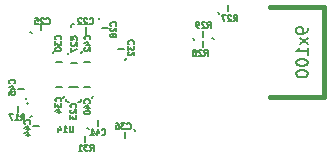
<source format=gbo>
G04 #@! TF.FileFunction,Legend,Bot*
%FSLAX45Y45*%
G04 Gerber Fmt 4.5, Leading zero omitted, Abs format (unit mm)*
G04 Created by KiCad (PCBNEW 0.201506030104+5696~23~ubuntu14.04.1-product) date Thu 09 Jul 2015 08:08:36 PM EDT*
%MOMM*%
G01*
G04 APERTURE LIST*
%ADD10C,0.127000*%
%ADD11C,0.381000*%
%ADD12C,0.200660*%
G04 APERTURE END LIST*
D10*
X13635736Y-8246364D02*
X13635736Y-8233664D01*
X13635736Y-8233664D02*
X13648436Y-8220964D01*
X13648436Y-8220964D02*
X13661136Y-8220964D01*
X13661136Y-8347964D02*
X13648436Y-8347964D01*
X13648436Y-8347964D02*
X13635736Y-8335264D01*
X13635736Y-8335264D02*
X13635736Y-8322564D01*
X13762736Y-8322564D02*
X13762736Y-8246364D01*
X13623290Y-8881110D02*
X13610590Y-8881110D01*
X13610590Y-8881110D02*
X13597890Y-8868410D01*
X13597890Y-8868410D02*
X13597890Y-8855710D01*
X13724890Y-8855710D02*
X13724890Y-8868410D01*
X13724890Y-8868410D02*
X13712190Y-8881110D01*
X13712190Y-8881110D02*
X13699490Y-8881110D01*
X13699490Y-8754110D02*
X13623290Y-8754110D01*
X13293090Y-8284210D02*
X13305790Y-8296910D01*
X13381990Y-8220710D02*
X13381990Y-8271510D01*
X13623290Y-8462010D02*
X13610590Y-8474710D01*
X13686790Y-8550910D02*
X13635990Y-8550910D01*
X13884910Y-8164830D02*
X13872210Y-8177530D01*
X13948410Y-8253730D02*
X13897610Y-8253730D01*
X13496290Y-8449310D02*
X13483590Y-8462010D01*
X13559790Y-8538210D02*
X13508990Y-8538210D01*
X14098524Y-8520684D02*
X14111224Y-8507984D01*
X14035024Y-8431784D02*
X14085824Y-8431784D01*
X13572490Y-8843010D02*
X13585190Y-8830310D01*
X13508990Y-8754110D02*
X13559790Y-8754110D01*
X14182090Y-9122410D02*
X14169390Y-9109710D01*
X14093190Y-9185910D02*
X14093190Y-9135110D01*
X13813790Y-8843010D02*
X13826490Y-8830310D01*
X13750290Y-8754110D02*
X13801090Y-8754110D01*
X13776452Y-9098280D02*
X13789152Y-9110980D01*
X13865352Y-9034780D02*
X13865352Y-9085580D01*
X13737590Y-8449310D02*
X13724890Y-8462010D01*
X13801090Y-8538210D02*
X13750290Y-8538210D01*
X13305790Y-8995410D02*
X13293090Y-9008110D01*
X13369290Y-9084310D02*
X13318490Y-9084310D01*
X13254990Y-8855710D02*
X13267690Y-8843010D01*
X13191490Y-8766810D02*
X13242290Y-8766810D01*
X13274040Y-8897112D02*
X13261340Y-8884412D01*
X13185140Y-8960612D02*
X13185140Y-8909812D01*
X14880590Y-8119110D02*
X14893290Y-8131810D01*
X14969490Y-8055610D02*
X14969490Y-8106410D01*
X14847570Y-8348980D02*
X14834870Y-8336280D01*
X14758670Y-8412480D02*
X14758670Y-8361680D01*
X14669770Y-8340090D02*
X14682470Y-8352790D01*
X14758670Y-8276590D02*
X14758670Y-8327390D01*
X13847064Y-9154160D02*
X13834364Y-9141460D01*
X13758164Y-9217660D02*
X13758164Y-9166860D01*
D11*
X15322550Y-8835390D02*
X15779750Y-8835390D01*
X15779750Y-8835390D02*
X15779750Y-8073390D01*
X15779750Y-8073390D02*
X15322550Y-8073390D01*
D10*
X13795393Y-8213707D02*
X13797812Y-8216126D01*
X13805069Y-8218545D01*
X13809907Y-8218545D01*
X13817165Y-8216126D01*
X13822003Y-8211288D01*
X13824422Y-8206450D01*
X13826841Y-8196773D01*
X13826841Y-8189516D01*
X13824422Y-8179840D01*
X13822003Y-8175002D01*
X13817165Y-8170164D01*
X13809907Y-8167745D01*
X13805069Y-8167745D01*
X13797812Y-8170164D01*
X13795393Y-8172583D01*
X13776041Y-8172583D02*
X13773622Y-8170164D01*
X13768784Y-8167745D01*
X13756688Y-8167745D01*
X13751850Y-8170164D01*
X13749431Y-8172583D01*
X13747012Y-8177421D01*
X13747012Y-8182259D01*
X13749431Y-8189516D01*
X13778460Y-8218545D01*
X13747012Y-8218545D01*
X13727660Y-8172583D02*
X13725241Y-8170164D01*
X13720403Y-8167745D01*
X13708307Y-8167745D01*
X13703469Y-8170164D01*
X13701050Y-8172583D01*
X13698631Y-8177421D01*
X13698631Y-8182259D01*
X13701050Y-8189516D01*
X13730079Y-8218545D01*
X13698631Y-8218545D01*
X13679533Y-8924653D02*
X13681952Y-8922234D01*
X13684371Y-8914977D01*
X13684371Y-8910139D01*
X13681952Y-8902881D01*
X13677114Y-8898043D01*
X13672276Y-8895624D01*
X13662599Y-8893205D01*
X13655342Y-8893205D01*
X13645666Y-8895624D01*
X13640828Y-8898043D01*
X13635990Y-8902881D01*
X13633571Y-8910139D01*
X13633571Y-8914977D01*
X13635990Y-8922234D01*
X13638409Y-8924653D01*
X13638409Y-8944005D02*
X13635990Y-8946424D01*
X13633571Y-8951262D01*
X13633571Y-8963358D01*
X13635990Y-8968196D01*
X13638409Y-8970615D01*
X13643247Y-8973034D01*
X13648085Y-8973034D01*
X13655342Y-8970615D01*
X13684371Y-8941586D01*
X13684371Y-8973034D01*
X13633571Y-8989967D02*
X13633571Y-9021415D01*
X13652923Y-9004481D01*
X13652923Y-9011739D01*
X13655342Y-9016577D01*
X13657761Y-9018996D01*
X13662599Y-9021415D01*
X13674695Y-9021415D01*
X13679533Y-9018996D01*
X13681952Y-9016577D01*
X13684371Y-9011739D01*
X13684371Y-8997224D01*
X13681952Y-8992386D01*
X13679533Y-8989967D01*
X13427347Y-8213453D02*
X13429766Y-8215872D01*
X13437023Y-8218291D01*
X13441861Y-8218291D01*
X13449119Y-8215872D01*
X13453957Y-8211034D01*
X13456376Y-8206196D01*
X13458795Y-8196519D01*
X13458795Y-8189262D01*
X13456376Y-8179586D01*
X13453957Y-8174748D01*
X13449119Y-8169910D01*
X13441861Y-8167491D01*
X13437023Y-8167491D01*
X13429766Y-8169910D01*
X13427347Y-8172329D01*
X13407995Y-8172329D02*
X13405576Y-8169910D01*
X13400738Y-8167491D01*
X13388642Y-8167491D01*
X13383804Y-8169910D01*
X13381385Y-8172329D01*
X13378966Y-8177167D01*
X13378966Y-8182005D01*
X13381385Y-8189262D01*
X13410414Y-8218291D01*
X13378966Y-8218291D01*
X13333004Y-8167491D02*
X13357195Y-8167491D01*
X13359614Y-8191681D01*
X13357195Y-8189262D01*
X13352357Y-8186843D01*
X13340261Y-8186843D01*
X13335423Y-8189262D01*
X13333004Y-8191681D01*
X13330585Y-8196519D01*
X13330585Y-8208615D01*
X13333004Y-8213453D01*
X13335423Y-8215872D01*
X13340261Y-8218291D01*
X13352357Y-8218291D01*
X13357195Y-8215872D01*
X13359614Y-8213453D01*
X13685121Y-8355185D02*
X13687540Y-8352766D01*
X13689959Y-8345509D01*
X13689959Y-8340670D01*
X13687540Y-8333413D01*
X13682702Y-8328575D01*
X13677864Y-8326156D01*
X13668187Y-8323737D01*
X13660930Y-8323737D01*
X13651254Y-8326156D01*
X13646416Y-8328575D01*
X13641578Y-8333413D01*
X13639159Y-8340670D01*
X13639159Y-8345509D01*
X13641578Y-8352766D01*
X13643997Y-8355185D01*
X13643997Y-8374537D02*
X13641578Y-8376956D01*
X13639159Y-8381794D01*
X13639159Y-8393890D01*
X13641578Y-8398728D01*
X13643997Y-8401147D01*
X13648835Y-8403566D01*
X13653673Y-8403566D01*
X13660930Y-8401147D01*
X13689959Y-8372118D01*
X13689959Y-8403566D01*
X13639159Y-8420499D02*
X13639159Y-8454366D01*
X13689959Y-8432594D01*
X14017353Y-8233773D02*
X14019772Y-8231354D01*
X14022191Y-8224097D01*
X14022191Y-8219258D01*
X14019772Y-8212001D01*
X14014934Y-8207163D01*
X14010096Y-8204744D01*
X14000419Y-8202325D01*
X13993162Y-8202325D01*
X13983486Y-8204744D01*
X13978648Y-8207163D01*
X13973810Y-8212001D01*
X13971391Y-8219258D01*
X13971391Y-8224097D01*
X13973810Y-8231354D01*
X13976229Y-8233773D01*
X13976229Y-8253125D02*
X13973810Y-8255544D01*
X13971391Y-8260382D01*
X13971391Y-8272478D01*
X13973810Y-8277316D01*
X13976229Y-8279735D01*
X13981067Y-8282154D01*
X13985905Y-8282154D01*
X13993162Y-8279735D01*
X14022191Y-8250706D01*
X14022191Y-8282154D01*
X13993162Y-8311182D02*
X13990743Y-8306344D01*
X13988324Y-8303925D01*
X13983486Y-8301506D01*
X13981067Y-8301506D01*
X13976229Y-8303925D01*
X13973810Y-8306344D01*
X13971391Y-8311182D01*
X13971391Y-8320859D01*
X13973810Y-8325697D01*
X13976229Y-8328116D01*
X13981067Y-8330535D01*
X13983486Y-8330535D01*
X13988324Y-8328116D01*
X13990743Y-8325697D01*
X13993162Y-8320859D01*
X13993162Y-8311182D01*
X13995581Y-8306344D01*
X13998000Y-8303925D01*
X14002839Y-8301506D01*
X14012515Y-8301506D01*
X14017353Y-8303925D01*
X14019772Y-8306344D01*
X14022191Y-8311182D01*
X14022191Y-8320859D01*
X14019772Y-8325697D01*
X14017353Y-8328116D01*
X14012515Y-8330535D01*
X14002839Y-8330535D01*
X13998000Y-8328116D01*
X13995581Y-8325697D01*
X13993162Y-8320859D01*
X13548977Y-8350105D02*
X13551396Y-8347686D01*
X13553815Y-8340429D01*
X13553815Y-8335590D01*
X13551396Y-8328333D01*
X13546558Y-8323495D01*
X13541720Y-8321076D01*
X13532043Y-8318657D01*
X13524786Y-8318657D01*
X13515110Y-8321076D01*
X13510272Y-8323495D01*
X13505434Y-8328333D01*
X13503015Y-8335590D01*
X13503015Y-8340429D01*
X13505434Y-8347686D01*
X13507853Y-8350105D01*
X13503015Y-8367038D02*
X13503015Y-8398486D01*
X13522367Y-8381552D01*
X13522367Y-8388810D01*
X13524786Y-8393648D01*
X13527205Y-8396067D01*
X13532043Y-8398486D01*
X13544139Y-8398486D01*
X13548977Y-8396067D01*
X13551396Y-8393648D01*
X13553815Y-8388810D01*
X13553815Y-8374295D01*
X13551396Y-8369457D01*
X13548977Y-8367038D01*
X13503015Y-8429933D02*
X13503015Y-8434772D01*
X13505434Y-8439610D01*
X13507853Y-8442029D01*
X13512691Y-8444448D01*
X13522367Y-8446867D01*
X13534463Y-8446867D01*
X13544139Y-8444448D01*
X13548977Y-8442029D01*
X13551396Y-8439610D01*
X13553815Y-8434772D01*
X13553815Y-8429933D01*
X13551396Y-8425095D01*
X13548977Y-8422676D01*
X13544139Y-8420257D01*
X13534463Y-8417838D01*
X13522367Y-8417838D01*
X13512691Y-8420257D01*
X13507853Y-8422676D01*
X13505434Y-8425095D01*
X13503015Y-8429933D01*
X14167467Y-8386427D02*
X14169886Y-8384008D01*
X14172305Y-8376751D01*
X14172305Y-8371912D01*
X14169886Y-8364655D01*
X14165048Y-8359817D01*
X14160210Y-8357398D01*
X14150533Y-8354979D01*
X14143276Y-8354979D01*
X14133600Y-8357398D01*
X14128762Y-8359817D01*
X14123924Y-8364655D01*
X14121505Y-8371912D01*
X14121505Y-8376751D01*
X14123924Y-8384008D01*
X14126343Y-8386427D01*
X14121505Y-8403360D02*
X14121505Y-8434808D01*
X14140857Y-8417874D01*
X14140857Y-8425132D01*
X14143276Y-8429970D01*
X14145695Y-8432389D01*
X14150533Y-8434808D01*
X14162629Y-8434808D01*
X14167467Y-8432389D01*
X14169886Y-8429970D01*
X14172305Y-8425132D01*
X14172305Y-8410617D01*
X14169886Y-8405779D01*
X14167467Y-8403360D01*
X14126343Y-8454160D02*
X14123924Y-8456579D01*
X14121505Y-8461417D01*
X14121505Y-8473513D01*
X14123924Y-8478351D01*
X14126343Y-8480770D01*
X14131181Y-8483189D01*
X14136019Y-8483189D01*
X14143276Y-8480770D01*
X14172305Y-8451741D01*
X14172305Y-8483189D01*
X13552533Y-8873853D02*
X13554952Y-8871434D01*
X13557371Y-8864177D01*
X13557371Y-8859339D01*
X13554952Y-8852081D01*
X13550114Y-8847243D01*
X13545276Y-8844824D01*
X13535599Y-8842405D01*
X13528342Y-8842405D01*
X13518666Y-8844824D01*
X13513828Y-8847243D01*
X13508990Y-8852081D01*
X13506571Y-8859339D01*
X13506571Y-8864177D01*
X13508990Y-8871434D01*
X13511409Y-8873853D01*
X13506571Y-8890786D02*
X13506571Y-8922234D01*
X13525923Y-8905300D01*
X13525923Y-8912558D01*
X13528342Y-8917396D01*
X13530761Y-8919815D01*
X13535599Y-8922234D01*
X13547695Y-8922234D01*
X13552533Y-8919815D01*
X13554952Y-8917396D01*
X13557371Y-8912558D01*
X13557371Y-8898043D01*
X13554952Y-8893205D01*
X13552533Y-8890786D01*
X13523504Y-8965777D02*
X13557371Y-8965777D01*
X13504152Y-8953681D02*
X13540438Y-8941586D01*
X13540438Y-8973034D01*
X14113147Y-9102453D02*
X14115566Y-9104872D01*
X14122823Y-9107291D01*
X14127661Y-9107291D01*
X14134919Y-9104872D01*
X14139757Y-9100034D01*
X14142176Y-9095196D01*
X14144595Y-9085520D01*
X14144595Y-9078262D01*
X14142176Y-9068586D01*
X14139757Y-9063748D01*
X14134919Y-9058910D01*
X14127661Y-9056491D01*
X14122823Y-9056491D01*
X14115566Y-9058910D01*
X14113147Y-9061329D01*
X14096214Y-9056491D02*
X14064766Y-9056491D01*
X14081700Y-9075843D01*
X14074442Y-9075843D01*
X14069604Y-9078262D01*
X14067185Y-9080681D01*
X14064766Y-9085520D01*
X14064766Y-9097615D01*
X14067185Y-9102453D01*
X14069604Y-9104872D01*
X14074442Y-9107291D01*
X14088957Y-9107291D01*
X14093795Y-9104872D01*
X14096214Y-9102453D01*
X14021223Y-9056491D02*
X14030899Y-9056491D01*
X14035738Y-9058910D01*
X14038157Y-9061329D01*
X14042995Y-9068586D01*
X14045414Y-9078262D01*
X14045414Y-9097615D01*
X14042995Y-9102453D01*
X14040576Y-9104872D01*
X14035738Y-9107291D01*
X14026061Y-9107291D01*
X14021223Y-9104872D01*
X14018804Y-9102453D01*
X14016385Y-9097615D01*
X14016385Y-9085520D01*
X14018804Y-9080681D01*
X14021223Y-9078262D01*
X14026061Y-9075843D01*
X14035738Y-9075843D01*
X14040576Y-9078262D01*
X14042995Y-9080681D01*
X14045414Y-9085520D01*
X13793833Y-8886553D02*
X13796252Y-8884134D01*
X13798671Y-8876877D01*
X13798671Y-8872039D01*
X13796252Y-8864781D01*
X13791414Y-8859943D01*
X13786576Y-8857524D01*
X13776899Y-8855105D01*
X13769642Y-8855105D01*
X13759966Y-8857524D01*
X13755128Y-8859943D01*
X13750290Y-8864781D01*
X13747871Y-8872039D01*
X13747871Y-8876877D01*
X13750290Y-8884134D01*
X13752709Y-8886553D01*
X13764804Y-8930096D02*
X13798671Y-8930096D01*
X13745452Y-8918000D02*
X13781738Y-8905905D01*
X13781738Y-8937353D01*
X13747871Y-8966381D02*
X13747871Y-8971220D01*
X13750290Y-8976058D01*
X13752709Y-8978477D01*
X13757547Y-8980896D01*
X13767223Y-8983315D01*
X13779319Y-8983315D01*
X13788995Y-8980896D01*
X13793833Y-8978477D01*
X13796252Y-8976058D01*
X13798671Y-8971220D01*
X13798671Y-8966381D01*
X13796252Y-8961543D01*
X13793833Y-8959124D01*
X13788995Y-8956705D01*
X13779319Y-8954286D01*
X13767223Y-8954286D01*
X13757547Y-8956705D01*
X13752709Y-8959124D01*
X13750290Y-8961543D01*
X13747871Y-8966381D01*
X13898009Y-9154523D02*
X13900428Y-9156942D01*
X13907685Y-9159361D01*
X13912523Y-9159361D01*
X13919781Y-9156942D01*
X13924619Y-9152104D01*
X13927038Y-9147266D01*
X13929457Y-9137590D01*
X13929457Y-9130332D01*
X13927038Y-9120656D01*
X13924619Y-9115818D01*
X13919781Y-9110980D01*
X13912523Y-9108561D01*
X13907685Y-9108561D01*
X13900428Y-9110980D01*
X13898009Y-9113399D01*
X13854466Y-9125494D02*
X13854466Y-9159361D01*
X13866562Y-9106142D02*
X13878657Y-9142428D01*
X13847209Y-9142428D01*
X13801247Y-9159361D02*
X13830276Y-9159361D01*
X13815761Y-9159361D02*
X13815761Y-9108561D01*
X13820600Y-9115818D01*
X13825438Y-9120656D01*
X13830276Y-9123075D01*
X13797389Y-8349089D02*
X13799808Y-8346670D01*
X13802227Y-8339413D01*
X13802227Y-8334574D01*
X13799808Y-8327317D01*
X13794970Y-8322479D01*
X13790132Y-8320060D01*
X13780455Y-8317641D01*
X13773198Y-8317641D01*
X13763522Y-8320060D01*
X13758684Y-8322479D01*
X13753846Y-8327317D01*
X13751427Y-8334574D01*
X13751427Y-8339413D01*
X13753846Y-8346670D01*
X13756265Y-8349089D01*
X13768360Y-8392632D02*
X13802227Y-8392632D01*
X13749008Y-8380536D02*
X13785294Y-8368441D01*
X13785294Y-8399889D01*
X13756265Y-8416822D02*
X13753846Y-8419241D01*
X13751427Y-8424079D01*
X13751427Y-8436175D01*
X13753846Y-8441013D01*
X13756265Y-8443432D01*
X13761103Y-8445851D01*
X13765941Y-8445851D01*
X13773198Y-8443432D01*
X13802227Y-8414403D01*
X13802227Y-8445851D01*
X13289135Y-9064099D02*
X13291554Y-9061680D01*
X13293973Y-9054423D01*
X13293973Y-9049585D01*
X13291554Y-9042327D01*
X13286716Y-9037489D01*
X13281878Y-9035070D01*
X13272201Y-9032651D01*
X13264944Y-9032651D01*
X13255268Y-9035070D01*
X13250430Y-9037489D01*
X13245592Y-9042327D01*
X13243173Y-9049585D01*
X13243173Y-9054423D01*
X13245592Y-9061680D01*
X13248011Y-9064099D01*
X13260106Y-9107642D02*
X13293973Y-9107642D01*
X13240754Y-9095546D02*
X13277040Y-9083451D01*
X13277040Y-9114899D01*
X13260106Y-9156023D02*
X13293973Y-9156023D01*
X13240754Y-9143927D02*
X13277040Y-9131832D01*
X13277040Y-9163280D01*
X13158833Y-8721453D02*
X13161252Y-8719034D01*
X13163671Y-8711777D01*
X13163671Y-8706939D01*
X13161252Y-8699681D01*
X13156414Y-8694843D01*
X13151576Y-8692424D01*
X13141899Y-8690005D01*
X13134642Y-8690005D01*
X13124966Y-8692424D01*
X13120128Y-8694843D01*
X13115290Y-8699681D01*
X13112871Y-8706939D01*
X13112871Y-8711777D01*
X13115290Y-8719034D01*
X13117709Y-8721453D01*
X13129804Y-8764996D02*
X13163671Y-8764996D01*
X13110452Y-8752900D02*
X13146738Y-8740805D01*
X13146738Y-8772253D01*
X13112871Y-8815796D02*
X13112871Y-8791605D01*
X13137061Y-8789186D01*
X13134642Y-8791605D01*
X13132223Y-8796443D01*
X13132223Y-8808539D01*
X13134642Y-8813377D01*
X13137061Y-8815796D01*
X13141899Y-8818215D01*
X13153995Y-8818215D01*
X13158833Y-8815796D01*
X13161252Y-8813377D01*
X13163671Y-8808539D01*
X13163671Y-8796443D01*
X13161252Y-8791605D01*
X13158833Y-8789186D01*
X13214749Y-9033885D02*
X13231682Y-9009695D01*
X13243778Y-9033885D02*
X13243778Y-8983085D01*
X13224425Y-8983085D01*
X13219587Y-8985504D01*
X13217168Y-8987923D01*
X13214749Y-8992761D01*
X13214749Y-9000018D01*
X13217168Y-9004856D01*
X13219587Y-9007275D01*
X13224425Y-9009695D01*
X13243778Y-9009695D01*
X13166368Y-9033885D02*
X13195397Y-9033885D01*
X13180882Y-9033885D02*
X13180882Y-8983085D01*
X13185721Y-8990342D01*
X13190559Y-8995180D01*
X13195397Y-8997599D01*
X13149435Y-8983085D02*
X13115568Y-8983085D01*
X13137340Y-9033885D01*
X15014847Y-8192891D02*
X15031780Y-8168700D01*
X15043876Y-8192891D02*
X15043876Y-8142091D01*
X15024523Y-8142091D01*
X15019685Y-8144510D01*
X15017266Y-8146929D01*
X15014847Y-8151767D01*
X15014847Y-8159024D01*
X15017266Y-8163862D01*
X15019685Y-8166281D01*
X15024523Y-8168700D01*
X15043876Y-8168700D01*
X14995495Y-8146929D02*
X14993076Y-8144510D01*
X14988238Y-8142091D01*
X14976142Y-8142091D01*
X14971304Y-8144510D01*
X14968885Y-8146929D01*
X14966466Y-8151767D01*
X14966466Y-8156605D01*
X14968885Y-8163862D01*
X14997914Y-8192891D01*
X14966466Y-8192891D01*
X14949533Y-8142091D02*
X14915666Y-8142091D01*
X14937438Y-8192891D01*
X14764657Y-8488801D02*
X14781590Y-8464611D01*
X14793686Y-8488801D02*
X14793686Y-8438001D01*
X14774333Y-8438001D01*
X14769495Y-8440420D01*
X14767076Y-8442839D01*
X14764657Y-8447677D01*
X14764657Y-8454934D01*
X14767076Y-8459772D01*
X14769495Y-8462191D01*
X14774333Y-8464611D01*
X14793686Y-8464611D01*
X14745305Y-8442839D02*
X14742886Y-8440420D01*
X14738048Y-8438001D01*
X14725952Y-8438001D01*
X14721114Y-8440420D01*
X14718695Y-8442839D01*
X14716276Y-8447677D01*
X14716276Y-8452515D01*
X14718695Y-8459772D01*
X14747724Y-8488801D01*
X14716276Y-8488801D01*
X14687248Y-8459772D02*
X14692086Y-8457353D01*
X14694505Y-8454934D01*
X14696924Y-8450096D01*
X14696924Y-8447677D01*
X14694505Y-8442839D01*
X14692086Y-8440420D01*
X14687248Y-8438001D01*
X14677571Y-8438001D01*
X14672733Y-8440420D01*
X14670314Y-8442839D01*
X14667895Y-8447677D01*
X14667895Y-8450096D01*
X14670314Y-8454934D01*
X14672733Y-8457353D01*
X14677571Y-8459772D01*
X14687248Y-8459772D01*
X14692086Y-8462191D01*
X14694505Y-8464611D01*
X14696924Y-8469449D01*
X14696924Y-8479125D01*
X14694505Y-8483963D01*
X14692086Y-8486382D01*
X14687248Y-8488801D01*
X14677571Y-8488801D01*
X14672733Y-8486382D01*
X14670314Y-8483963D01*
X14667895Y-8479125D01*
X14667895Y-8469449D01*
X14670314Y-8464611D01*
X14672733Y-8462191D01*
X14677571Y-8459772D01*
X14791327Y-8248771D02*
X14808260Y-8224580D01*
X14820356Y-8248771D02*
X14820356Y-8197971D01*
X14801003Y-8197971D01*
X14796165Y-8200390D01*
X14793746Y-8202809D01*
X14791327Y-8207647D01*
X14791327Y-8214904D01*
X14793746Y-8219742D01*
X14796165Y-8222161D01*
X14801003Y-8224580D01*
X14820356Y-8224580D01*
X14771975Y-8202809D02*
X14769556Y-8200390D01*
X14764718Y-8197971D01*
X14752622Y-8197971D01*
X14747784Y-8200390D01*
X14745365Y-8202809D01*
X14742946Y-8207647D01*
X14742946Y-8212485D01*
X14745365Y-8219742D01*
X14774394Y-8248771D01*
X14742946Y-8248771D01*
X14718756Y-8248771D02*
X14709079Y-8248771D01*
X14704241Y-8246352D01*
X14701822Y-8243933D01*
X14696984Y-8236676D01*
X14694565Y-8226999D01*
X14694565Y-8207647D01*
X14696984Y-8202809D01*
X14699403Y-8200390D01*
X14704241Y-8197971D01*
X14713918Y-8197971D01*
X14718756Y-8200390D01*
X14721175Y-8202809D01*
X14723594Y-8207647D01*
X14723594Y-8219742D01*
X14721175Y-8224580D01*
X14718756Y-8226999D01*
X14713918Y-8229419D01*
X14704241Y-8229419D01*
X14699403Y-8226999D01*
X14696984Y-8224580D01*
X14694565Y-8219742D01*
X13799965Y-9290425D02*
X13816898Y-9266235D01*
X13828994Y-9290425D02*
X13828994Y-9239625D01*
X13809641Y-9239625D01*
X13804803Y-9242044D01*
X13802384Y-9244463D01*
X13799965Y-9249301D01*
X13799965Y-9256558D01*
X13802384Y-9261396D01*
X13804803Y-9263815D01*
X13809641Y-9266235D01*
X13828994Y-9266235D01*
X13783032Y-9239625D02*
X13751584Y-9239625D01*
X13768518Y-9258977D01*
X13761260Y-9258977D01*
X13756422Y-9261396D01*
X13754003Y-9263815D01*
X13751584Y-9268654D01*
X13751584Y-9280749D01*
X13754003Y-9285587D01*
X13756422Y-9288006D01*
X13761260Y-9290425D01*
X13775775Y-9290425D01*
X13780613Y-9288006D01*
X13783032Y-9285587D01*
X13703203Y-9290425D02*
X13732232Y-9290425D01*
X13717717Y-9290425D02*
X13717717Y-9239625D01*
X13722556Y-9246882D01*
X13727394Y-9251720D01*
X13732232Y-9254139D01*
X13654181Y-9085955D02*
X13654181Y-9127079D01*
X13651762Y-9131917D01*
X13649343Y-9134336D01*
X13644505Y-9136755D01*
X13634829Y-9136755D01*
X13629991Y-9134336D01*
X13627572Y-9131917D01*
X13625153Y-9127079D01*
X13625153Y-9085955D01*
X13574353Y-9136755D02*
X13603381Y-9136755D01*
X13588867Y-9136755D02*
X13588867Y-9085955D01*
X13593705Y-9093212D01*
X13598543Y-9098050D01*
X13603381Y-9100469D01*
X13530810Y-9102888D02*
X13530810Y-9136755D01*
X13542905Y-9083536D02*
X13555000Y-9119822D01*
X13523553Y-9119822D01*
D12*
X15643158Y-8253887D02*
X15643158Y-8272949D01*
X15638393Y-8282480D01*
X15633627Y-8287246D01*
X15619331Y-8296777D01*
X15600269Y-8301542D01*
X15562145Y-8301542D01*
X15552613Y-8296777D01*
X15547848Y-8292011D01*
X15543082Y-8282480D01*
X15543082Y-8263418D01*
X15547848Y-8253887D01*
X15552613Y-8249122D01*
X15562145Y-8244356D01*
X15585972Y-8244356D01*
X15595503Y-8249122D01*
X15600269Y-8253887D01*
X15605034Y-8263418D01*
X15605034Y-8282480D01*
X15600269Y-8292011D01*
X15595503Y-8296777D01*
X15585972Y-8301542D01*
X15643158Y-8334901D02*
X15576441Y-8387322D01*
X15576441Y-8334901D02*
X15643158Y-8387322D01*
X15643158Y-8477867D02*
X15643158Y-8420681D01*
X15643158Y-8449274D02*
X15543082Y-8449274D01*
X15557379Y-8439743D01*
X15566910Y-8430212D01*
X15571676Y-8420681D01*
X15543082Y-8539819D02*
X15543082Y-8549350D01*
X15547848Y-8558881D01*
X15552613Y-8563646D01*
X15562145Y-8568412D01*
X15581207Y-8573177D01*
X15605034Y-8573177D01*
X15624096Y-8568412D01*
X15633627Y-8563646D01*
X15638393Y-8558881D01*
X15643158Y-8549350D01*
X15643158Y-8539819D01*
X15638393Y-8530288D01*
X15633627Y-8525522D01*
X15624096Y-8520757D01*
X15605034Y-8515991D01*
X15581207Y-8515991D01*
X15562145Y-8520757D01*
X15552613Y-8525522D01*
X15547848Y-8530288D01*
X15543082Y-8539819D01*
X15543082Y-8635129D02*
X15543082Y-8644660D01*
X15547848Y-8654191D01*
X15552613Y-8658957D01*
X15562145Y-8663722D01*
X15581207Y-8668488D01*
X15605034Y-8668488D01*
X15624096Y-8663722D01*
X15633627Y-8658957D01*
X15638393Y-8654191D01*
X15643158Y-8644660D01*
X15643158Y-8635129D01*
X15638393Y-8625598D01*
X15633627Y-8620833D01*
X15624096Y-8616067D01*
X15605034Y-8611302D01*
X15581207Y-8611302D01*
X15562145Y-8616067D01*
X15552613Y-8620833D01*
X15547848Y-8625598D01*
X15543082Y-8635129D01*
M02*

</source>
